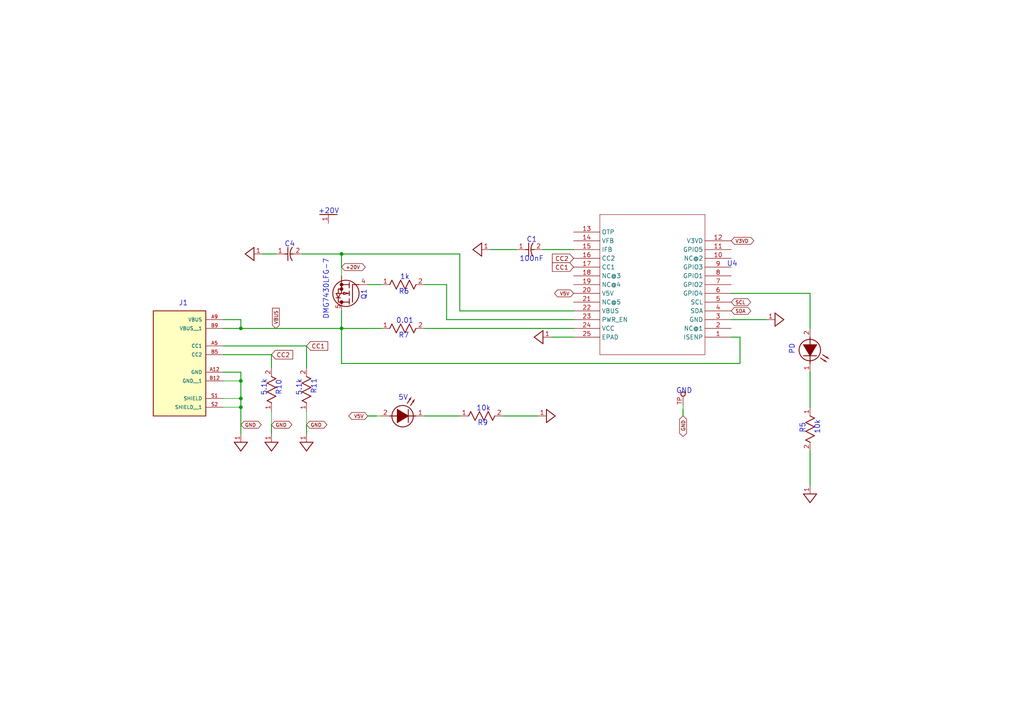
<source format=kicad_sch>
(kicad_sch (version 20231120) (generator "eeschema") (generator_version "8.0")
  (paper "A4")
  (lib_symbols
    (symbol "Clock Controller-eagle-import:+20V_34" (power)
      (symbol "+20V_34_1_0"
        (polyline (pts (xy -2.54 0) (xy 2.54 0)) (stroke (width 0.25)))
        (pin power_in line (at 0 -2.54 90) (length 2.54) (name "+24V") (number "1"))
      )
    )
    (symbol "Clock Controller-eagle-import:AP33772DKZ-13"
      (symbol "AP33772DKZ-13_1_0"
        (polyline (pts (xy -38.1 -5.08) (xy -7.62 -5.08)) (stroke (width 0.127)))
        (polyline (pts (xy -38.1 35.56) (xy -38.1 -5.08)) (stroke (width 0.127)))
        (polyline (pts (xy -7.62 -5.08) (xy -7.62 35.56)) (stroke (width 0.127)))
        (polyline (pts (xy -7.62 35.56) (xy -38.1 35.56)) (stroke (width 0.127)))
        (pin bidirectional line (at 0 0 180) (length 7.62) (name "ISENP") (number "1"))
        (pin passive line (at 0 22.86 180) (length 7.62) (name "NC@2") (number "10"))
        (pin bidirectional line (at 0 25.4 180) (length 7.62) (name "GPIO5") (number "11"))
        (pin power_in line (at 0 27.94 180) (length 7.62) (name "V3VD") (number "12"))
        (pin bidirectional line (at -45.72 30.48 0) (length 7.62) (name "OTP") (number "13"))
        (pin input line (at -45.72 27.94 0) (length 7.62) (name "VFB") (number "14"))
        (pin input line (at -45.72 25.4 0) (length 7.62) (name "IFB") (number "15"))
        (pin bidirectional line (at -45.72 22.86 0) (length 7.62) (name "CC2") (number "16"))
        (pin bidirectional line (at -45.72 20.32 0) (length 7.62) (name "CC1") (number "17"))
        (pin passive line (at -45.72 17.78 0) (length 7.62) (name "NC@3") (number "18"))
        (pin passive line (at -45.72 15.24 0) (length 7.62) (name "NC@4") (number "19"))
        (pin passive line (at 0 2.54 180) (length 7.62) (name "NC@1") (number "2"))
        (pin power_in line (at -45.72 12.7 0) (length 7.62) (name "V5V") (number "20"))
        (pin passive line (at -45.72 10.16 0) (length 7.62) (name "NC@5") (number "21"))
        (pin power_in line (at -45.72 7.62 0) (length 7.62) (name "VBUS") (number "22"))
        (pin power_in line (at -45.72 5.08 0) (length 7.62) (name "PWR_EN") (number "23"))
        (pin power_in line (at -45.72 2.54 0) (length 7.62) (name "VCC") (number "24"))
        (pin power_in line (at -45.72 0 0) (length 7.62) (name "EPAD") (number "25"))
        (pin power_in line (at 0 5.08 180) (length 7.62) (name "GND") (number "3"))
        (pin bidirectional line (at 0 7.62 180) (length 7.62) (name "SDA") (number "4"))
        (pin bidirectional line (at 0 10.16 180) (length 7.62) (name "SCL") (number "5"))
        (pin bidirectional line (at 0 12.7 180) (length 7.62) (name "GPIO4") (number "6"))
        (pin bidirectional line (at 0 15.24 180) (length 7.62) (name "GPIO2") (number "7"))
        (pin bidirectional line (at 0 17.78 180) (length 7.62) (name "GPIO1") (number "8"))
        (pin bidirectional line (at 0 20.32 180) (length 7.62) (name "GPIO3") (number "9"))
      )
    )
    (symbol "Clock Controller-eagle-import:CAP_0805"
      (symbol "CAP_0805_1_0"
        (polyline (pts (xy -1.27 0) (xy -0.33 0)) (stroke (width 0.25)))
        (polyline (pts (xy -0.33 -1.905) (xy -0.33 1.905)) (stroke (width 0.25)))
        (polyline (pts (xy 0.305 0) (xy 1.27 0)) (stroke (width 0.25)))
        (arc (start 0.944 1.911) (mid 0.3044 0.0001) (end 0.9439 -1.9109) (stroke (width 0.254)))
        (pin passive line (at -3.81 0 0) (length 2.54) (name "1") (number "1"))
        (pin passive line (at 3.81 0 180) (length 2.54) (name "2") (number "2"))
      )
    )
    (symbol "Clock Controller-eagle-import:CAP_1206"
      (symbol "CAP_1206_1_0"
        (polyline (pts (xy -1.27 0) (xy -0.33 0)) (stroke (width 0.25)))
        (polyline (pts (xy -0.33 -1.905) (xy -0.33 1.905)) (stroke (width 0.25)))
        (polyline (pts (xy 0.305 0) (xy 1.27 0)) (stroke (width 0.25)))
        (arc (start 0.944 1.911) (mid 0.3044 0.0001) (end 0.9439 -1.9109) (stroke (width 0.254)))
        (pin passive line (at -3.81 0 0) (length 2.54) (name "1") (number "1"))
        (pin passive line (at 3.81 0 180) (length 2.54) (name "2") (number "2"))
      )
    )
    (symbol "Clock Controller-eagle-import:DMG7430LFG-7"
      (symbol "DMG7430LFG-7_1_0"
        (polyline (pts (xy 3.81 0) (xy 5.715 0)) (stroke (width 0.25)))
        (polyline (pts (xy 5.715 0) (xy 5.715 5.08)) (stroke (width 0.25)))
        (polyline (pts (xy 6.655 -0.635) (xy 6.655 0.94)) (stroke (width 0.25)))
        (polyline (pts (xy 6.655 0) (xy 8.89 0)) (stroke (width 0.25)))
        (polyline (pts (xy 6.655 1.905) (xy 6.655 3.175)) (stroke (width 0.25)))
        (polyline (pts (xy 6.655 2.54) (xy 6.985 2.54)) (stroke (width 0.25)))
        (polyline (pts (xy 6.655 4.115) (xy 6.655 5.715)) (stroke (width 0.25)))
        (polyline (pts (xy 6.655 5.08) (xy 9.83 5.08)) (stroke (width 0.25)))
        (polyline (pts (xy 6.985 2.54) (xy 8.255 2.845)) (stroke (width 0.25)))
        (polyline (pts (xy 8.255 2.21) (xy 6.985 2.54)) (stroke (width 0.25)))
        (polyline (pts (xy 8.255 2.54) (xy 8.89 2.54)) (stroke (width 0.25)))
        (polyline (pts (xy 8.255 2.845) (xy 8.255 2.21)) (stroke (width 0.25)))
        (polyline (pts (xy 8.89 0) (xy 8.89 2.54)) (stroke (width 0.25)))
        (polyline (pts (xy 8.89 1.27) (xy 9.83 1.27)) (stroke (width 0.25)))
        (polyline (pts (xy 9.195 2.54) (xy 10.465 2.54)) (stroke (width 0.25)))
        (polyline (pts (xy 9.195 3.81) (xy 10.465 3.81)) (stroke (width 0.25)))
        (polyline (pts (xy 9.83 1.27) (xy 9.83 2.54)) (stroke (width 0.25)))
        (polyline (pts (xy 9.83 3.81) (xy 9.195 2.54)) (stroke (width 0.25)))
        (polyline (pts (xy 9.83 3.81) (xy 9.83 5.08)) (stroke (width 0.25)))
        (polyline (pts (xy 10.465 2.54) (xy 9.83 3.81)) (stroke (width 0.25)))
        (circle (center 7.62 2.54) (radius 3.81) (stroke (width 0.254)))
        (circle (center 8.89 0) (radius 0.025) (stroke (width 0.508)))
        (circle (center 8.89 1.27) (radius 0.025) (stroke (width 0.508)))
        (circle (center 8.89 5.08) (radius 0.025) (stroke (width 0.508)))
        (pin passive line (at 8.89 -2.54 90) (length 2.54) (name "S") (number "1"))
        (pin passive line (at 8.89 -2.54 90) (length 2.54) (name "S") (number "2"))
        (pin passive line (at 1.27 0 0) (length 2.54) (name "G") (number "4"))
        (pin passive line (at 8.89 7.62 270) (length 2.54) (name "D") (number "5"))
      )
    )
    (symbol "Clock Controller-eagle-import:GND_DIGITAL" (power)
      (symbol "GND_DIGITAL_1_0"
        (polyline (pts (xy -1.905 1.27) (xy 0 -1.27)) (stroke (width 0.25)))
        (polyline (pts (xy -1.905 1.27) (xy 1.905 1.27)) (stroke (width 0.25)))
        (polyline (pts (xy 0 -1.27) (xy 1.905 1.27)) (stroke (width 0.25)))
        (pin power_in line (at 0 3.81 270) (length 2.54) (name "GNDD") (number "1"))
      )
    )
    (symbol "Clock Controller-eagle-import:LED_1206(3216_METRIC)_N_BLUE"
      (symbol "LED_1206(3216_METRIC)_N_BLUE_1_0"
        (circle (center -0.067 -0.067) (radius 3.108) (stroke (width 0.254)))
        (polyline (pts (xy -3.81 0) (xy -1.6 0)) (stroke (width 0.25)))
        (polyline (pts (xy -1.6 -1.905) (xy 1.575 0)) (stroke (width 0.25)))
        (polyline (pts (xy -1.6 1.905) (xy -1.6 -1.905)) (stroke (width 0.25)))
        (polyline (pts (xy 1.295 3.677) (xy 1.988 4.722)) (stroke (width 0.25)))
        (polyline (pts (xy 1.575 -1.905) (xy 1.575 1.905)) (stroke (width 0.25)))
        (polyline (pts (xy 1.575 0) (xy -1.6 1.905)) (stroke (width 0.25)))
        (polyline (pts (xy 1.575 0) (xy 3.81 0)) (stroke (width 0.25)))
        (polyline (pts (xy 2.248 3.042) (xy 2.94 4.087)) (stroke (width 0.25)))
        (polyline (pts (xy -1.6 1.905) (xy 1.575 0) (xy -1.6 -1.905)) (stroke (width 0.002)) (fill (type outline)))
        (polyline (pts (xy 2.54 5.556) (xy 1.779 4.86) (xy 2.196 4.584)) (stroke (width 0.002)) (fill (type outline)))
        (polyline (pts (xy 3.492 4.921) (xy 2.732 4.225) (xy 3.149 3.949)) (stroke (width 0.002)) (fill (type outline)))
        (pin passive line (at 6.35 0 180) (length 2.54) (name "K") (number "1"))
        (pin passive line (at -6.35 0 0) (length 2.54) (name "A") (number "2"))
      )
    )
    (symbol "Clock Controller-eagle-import:LED_1206(3216_METRIC)_N_GREEN"
      (symbol "LED_1206(3216_METRIC)_N_GREEN_1_0"
        (circle (center -0.067 -0.067) (radius 3.108) (stroke (width 0.254)))
        (polyline (pts (xy -3.81 0) (xy -1.6 0)) (stroke (width 0.25)))
        (polyline (pts (xy -1.6 -1.905) (xy 1.575 0)) (stroke (width 0.25)))
        (polyline (pts (xy -1.6 1.905) (xy -1.6 -1.905)) (stroke (width 0.25)))
        (polyline (pts (xy 1.295 3.677) (xy 1.988 4.722)) (stroke (width 0.25)))
        (polyline (pts (xy 1.575 -1.905) (xy 1.575 1.905)) (stroke (width 0.25)))
        (polyline (pts (xy 1.575 0) (xy -1.6 1.905)) (stroke (width 0.25)))
        (polyline (pts (xy 1.575 0) (xy 3.81 0)) (stroke (width 0.25)))
        (polyline (pts (xy 2.248 3.042) (xy 2.94 4.087)) (stroke (width 0.25)))
        (polyline (pts (xy -1.6 1.905) (xy 1.575 0) (xy -1.6 -1.905)) (stroke (width 0.002)) (fill (type outline)))
        (polyline (pts (xy 2.54 5.556) (xy 1.779 4.86) (xy 2.196 4.584)) (stroke (width 0.002)) (fill (type outline)))
        (polyline (pts (xy 3.492 4.921) (xy 2.732 4.225) (xy 3.149 3.949)) (stroke (width 0.002)) (fill (type outline)))
        (pin passive line (at 6.35 0 180) (length 2.54) (name "K") (number "1"))
        (pin passive line (at -6.35 0 0) (length 2.54) (name "A") (number "2"))
      )
    )
    (symbol "Clock Controller-eagle-import:RES_0805"
      (symbol "RES_0805_1_0"
        (polyline (pts (xy -3.81 0) (xy -3.175 1.27)) (stroke (width 0.25)))
        (polyline (pts (xy -3.175 1.27) (xy -1.905 -1.27)) (stroke (width 0.25)))
        (polyline (pts (xy -1.905 -1.27) (xy -0.635 1.27)) (stroke (width 0.25)))
        (polyline (pts (xy -0.635 1.27) (xy 0.635 -1.27)) (stroke (width 0.25)))
        (polyline (pts (xy 0.635 -1.27) (xy 1.905 1.27)) (stroke (width 0.25)))
        (polyline (pts (xy 1.905 1.27) (xy 3.175 -1.27)) (stroke (width 0.25)))
        (polyline (pts (xy 3.175 -1.27) (xy 3.81 0)) (stroke (width 0.25)))
        (pin passive line (at -6.35 0 0) (length 2.54) (name "1") (number "1"))
        (pin passive line (at 6.35 0 180) (length 2.54) (name "2") (number "2"))
      )
    )
    (symbol "Clock Controller-eagle-import:RES_1206"
      (symbol "RES_1206_1_0"
        (polyline (pts (xy -3.81 0) (xy -3.175 1.27)) (stroke (width 0.25)))
        (polyline (pts (xy -3.175 1.27) (xy -1.905 -1.27)) (stroke (width 0.25)))
        (polyline (pts (xy -1.905 -1.27) (xy -0.635 1.27)) (stroke (width 0.25)))
        (polyline (pts (xy -0.635 1.27) (xy 0.635 -1.27)) (stroke (width 0.25)))
        (polyline (pts (xy 0.635 -1.27) (xy 1.905 1.27)) (stroke (width 0.25)))
        (polyline (pts (xy 1.905 1.27) (xy 3.175 -1.27)) (stroke (width 0.25)))
        (polyline (pts (xy 3.175 -1.27) (xy 3.81 0)) (stroke (width 0.25)))
        (pin passive line (at -6.35 0 0) (length 2.54) (name "1") (number "1"))
        (pin passive line (at 6.35 0 180) (length 2.54) (name "2") (number "2"))
      )
    )
    (symbol "Clock Controller-eagle-import:TP_1.25MM"
      (symbol "TP_1.25MM_1_0"
        (circle (center 0 0.635) (radius 0.635) (stroke (width 0.254)))
        (pin passive line (at 0 -2.54 90) (length 2.54) (name "TP") (number "TP"))
      )
    )
    (symbol "Connector USB:UJC-VP-3-SMT-TR" (pin_names (offset 1.016))
      (property "Reference" "J" (at -7.62 10.922 0))
      (property "Value" "UJC-VP-3-SMT-TR" (at -7.62 -21.082 0))
      (symbol "UJC-VP-3-SMT-TR_0_0"
        (rectangle (start -7.62 -20.32) (end 7.62 10.16) (stroke (width 0.254)) (fill (type background)))
        (pin power_in line (at 12.7 -7.62 180) (length 5.08) (name "GND") (number "A12"))
        (pin passive line (at 12.7 0 180) (length 5.08) (name "CC1") (number "A5"))
        (pin power_in line (at 12.7 7.62 180) (length 5.08) (name "VBUS") (number "A9"))
        (pin power_in line (at 12.7 -10.16 180) (length 5.08) (name "GND__1") (number "B12"))
        (pin passive line (at 12.7 -2.54 180) (length 5.08) (name "CC2") (number "B5"))
        (pin power_in line (at 12.7 5.08 180) (length 5.08) (name "VBUS__1") (number "B9"))
        (pin passive line (at 12.7 -15.24 180) (length 5.08) (name "SHIELD") (number "S1"))
        (pin passive line (at 12.7 -17.78 180) (length 5.08) (name "SHIELD__1") (number "S2"))
      )
    )
  )
  (junction (at 69.85 95.25))
  (junction (at 69.85 115.57))
  (junction (at 99.06 95.25))
  (junction (at 99.06 73.66))
  (junction (at 69.85 110.49))
  (junction (at 69.85 118.11))
  (wire (pts (xy 78.74 123.19) (xy 78.74 119.38)))
  (wire (pts (xy 129.54 92.71) (xy 129.54 82.55)) (stroke (width 0.25)))
  (wire (pts (xy 88.9 123.19) (xy 88.9 125.73)) (stroke (width 0.25)))
  (wire (pts (xy 214.63 97.79) (xy 214.63 105.41)) (stroke (width 0.25)))
  (wire (pts (xy 146.05 120.65) (xy 155.956 120.65)) (stroke (width 0.25)))
  (wire (pts (xy 198.12 120.65) (xy 198.12 118.745)) (stroke (width 0.25)))
  (wire (pts (xy 106.68 120.65) (xy 109.22 120.65)) (stroke (width 0.25)))
  (wire (pts (xy 78.74 123.19) (xy 78.74 125.73)) (stroke (width 0.25)))
  (wire (pts (xy 99.06 77.47) (xy 99.06 80.01)))
  (wire (pts (xy 212.09 97.79) (xy 214.63 97.79)) (stroke (width 0.25)))
  (wire (pts (xy 110.49 82.55) (xy 106.68 82.55)) (stroke (width 0.25)))
  (wire (pts (xy 64.77 118.11) (xy 69.85 118.11)))
  (wire (pts (xy 99.06 95.25) (xy 69.85 95.25)) (stroke (width 0.25)))
  (wire (pts (xy 110.49 95.25) (xy 99.06 95.25)) (stroke (width 0.25)))
  (wire (pts (xy 69.85 118.11) (xy 69.85 115.57)))
  (wire (pts (xy 99.06 77.47) (xy 99.06 73.66)) (stroke (width 0.25)))
  (wire (pts (xy 123.19 95.25) (xy 166.37 95.25)) (stroke (width 0.25)))
  (wire (pts (xy 198.12 120.65) (xy 198.12 117.475)))
  (wire (pts (xy 99.06 73.66) (xy 133.35 73.66)) (stroke (width 0.25)))
  (wire (pts (xy 99.06 90.17) (xy 99.06 95.25)) (stroke (width 0.25)))
  (wire (pts (xy 166.37 92.71) (xy 129.54 92.71)) (stroke (width 0.25)))
  (wire (pts (xy 234.95 107.95) (xy 234.95 118.11)) (stroke (width 0.25)))
  (wire (pts (xy 133.35 73.66) (xy 133.35 90.17)) (stroke (width 0.25)))
  (wire (pts (xy 149.86 72.39) (xy 142.24 72.39)) (stroke (width 0.25)))
  (wire (pts (xy 212.09 85.09) (xy 234.95 85.09)) (stroke (width 0.25)))
  (wire (pts (xy 64.77 92.71) (xy 69.85 92.71)) (stroke (width 0.25)))
  (wire (pts (xy 87.63 73.66) (xy 99.06 73.66)) (stroke (width 0.25)))
  (wire (pts (xy 64.77 102.87) (xy 78.74 102.87)) (stroke (width 0.25)))
  (wire (pts (xy 123.19 120.65) (xy 133.35 120.65)) (stroke (width 0.25)))
  (wire (pts (xy 78.74 102.87) (xy 78.74 106.68)) (stroke (width 0.25)))
  (wire (pts (xy 234.95 130.81) (xy 234.95 140.716)) (stroke (width 0.25)))
  (wire (pts (xy 69.85 115.57) (xy 69.85 113.03)))
  (wire (pts (xy 133.35 90.17) (xy 166.37 90.17)) (stroke (width 0.25)))
  (wire (pts (xy 160.02 97.79) (xy 166.37 97.79)) (stroke (width 0.25)))
  (wire (pts (xy 80.01 73.66) (xy 76.2 73.66)) (stroke (width 0.25)))
  (wire (pts (xy 88.9 100.33) (xy 88.9 106.68)) (stroke (width 0.25)))
  (wire (pts (xy 69.85 107.95) (xy 69.85 110.49)) (stroke (width 0.25)))
  (wire (pts (xy 69.85 110.49) (xy 69.85 107.95)))
  (wire (pts (xy 64.77 100.33) (xy 88.9 100.33)) (stroke (width 0.25)))
  (wire (pts (xy 129.54 82.55) (xy 123.19 82.55)) (stroke (width 0.25)))
  (wire (pts (xy 157.48 72.39) (xy 166.37 72.39)) (stroke (width 0.25)))
  (wire (pts (xy 88.9 123.19) (xy 88.9 119.38)))
  (wire (pts (xy 214.63 105.41) (xy 99.06 105.41)) (stroke (width 0.25)))
  (wire (pts (xy 99.06 105.41) (xy 99.06 95.25)) (stroke (width 0.25)))
  (wire (pts (xy 106.68 120.65) (xy 110.49 120.65)))
  (wire (pts (xy 64.77 115.57) (xy 69.85 115.57)))
  (wire (pts (xy 69.85 115.57) (xy 69.85 118.11)) (stroke (width 0.25)))
  (wire (pts (xy 64.77 110.49) (xy 69.85 110.49)))
  (wire (pts (xy 64.77 107.95) (xy 69.85 107.95)) (stroke (width 0.25)))
  (wire (pts (xy 69.85 118.11) (xy 69.85 125.73)) (stroke (width 0.25)))
  (wire (pts (xy 234.95 85.09) (xy 234.95 95.25)) (stroke (width 0.25)))
  (wire (pts (xy 69.85 92.71) (xy 69.85 95.25)) (stroke (width 0.25)))
  (wire (pts (xy 212.09 92.71) (xy 222.25 92.71)) (stroke (width 0.25)))
  (wire (pts (xy 69.85 110.49) (xy 69.85 115.57)) (stroke (width 0.25)))
  (wire (pts (xy 69.85 95.25) (xy 64.77 95.25)) (stroke (width 0.25)))
  (text "0.01" (at 114.857 93.98 0) (effects (font (size 1.48 1.48)) (justify left bottom)))
  (text "R10" (at 80.01 114.704 90) (effects (font (size 1.48 1.48)) (justify left top)))
  (text "10k" (at 236.22 126.025 90) (effects (font (size 1.48 1.48)) (justify left top)))
  (text "+20V" (at 92.284 62.17 0) (effects (font (size 1.48 1.48)) (justify left bottom)))
  (text "R6" (at 115.621 83.82 0) (effects (font (size 1.48 1.48)) (justify left top)))
  (text "5.1k" (at 77.47 114.903 90) (effects (font (size 1.48 1.48)) (justify left bottom)))
  (text "R7" (at 115.584 96.52 0) (effects (font (size 1.48 1.48)) (justify left top)))
  (text "C4" (at 82.491 71.749 0) (effects (font (size 1.48 1.48)) (justify left bottom)))
  (text "R11" (at 90.17 114.377 90) (effects (font (size 1.48 1.48)) (justify left top)))
  (text "U4" (at 210.798 77.47 0) (effects (font (size 1.48 1.48)) (justify left bottom)))
  (text "Q1" (at 106.426 87.122 90) (effects (font (size 1.48 1.48)) (justify left bottom)))
  (text "PD" (at 230.584 102.856 90) (effects (font (size 1.48 1.48)) (justify left bottom)))
  (text "C1" (at 152.705 70.479 0) (effects (font (size 1.48 1.48)) (justify left bottom)))
  (text "GND" (at 196.082 114.3 0) (effects (font (size 1.48 1.48)) (justify left bottom)))
  (text "100nF" (at 150.65 74.301 0) (effects (font (size 1.48 1.48)) (justify left top)))
  (text "5.1k" (at 87.63 114.903 90) (effects (font (size 1.48 1.48)) (justify left bottom)))
  (text "1k" (at 116.021 81.28 0) (effects (font (size 1.48 1.48)) (justify left bottom)))
  (text "10k" (at 138.135 119.38 0) (effects (font (size 1.48 1.48)) (justify left bottom)))
  (text "DMG7430LFG-7" (at 93.726 92.71 90) (effects (font (size 1.48 1.48)) (justify left top)))
  (text "5V" (at 115.511 116.284 0) (effects (font (size 1.48 1.48)) (justify left bottom)))
  (text "R5" (at 233.68 125.716 90) (effects (font (size 1.48 1.48)) (justify left bottom)))
  (text "J1" (at 51.816 88.9 0) (effects (font (size 1.48 1.48)) (justify left bottom)))
  (text "R9" (at 138.48 121.92 0) (effects (font (size 1.48 1.48)) (justify left top)))
  (global_label "GND" (shape bidirectional) (at 198.12 120.65 270) (effects (font (size 1.016 1.016))) (property "Intersheetrefs" "${INTERSHEET_REFS}" (effects (hide yes))))
  (global_label "GND" (shape bidirectional) (at 78.74 123.19 0) (effects (font (size 1.016 1.016))) (property "Intersheetrefs" "${INTERSHEET_REFS}" (effects (hide yes))))
  (global_label "V5V" (shape bidirectional) (at 166.37 85.09 180) (effects (font (size 1.016 1.016))) (property "Intersheetrefs" "${INTERSHEET_REFS}" (effects (hide yes))))
  (global_label "V3VD" (shape bidirectional) (at 212.09 69.85 0) (effects (font (size 1.016 1.016))) (property "Intersheetrefs" "${INTERSHEET_REFS}" (effects (hide yes))))
  (global_label "SCL" (shape bidirectional) (at 212.09 87.63 0) (effects (font (size 1.016 1.016))) (property "Intersheetrefs" "${INTERSHEET_REFS}" (effects (hide yes))))
  (global_label "GND" (shape bidirectional) (at 69.85 123.19 0) (effects (font (size 1.016 1.016))) (property "Intersheetrefs" "${INTERSHEET_REFS}" (effects (hide yes))))
  (global_label "CC2" (shape input) (at 78.74 102.87 0) (property "Intersheetrefs" "${INTERSHEET_REFS}" (effects (hide yes))))
  (global_label "CC1" (shape input) (at 166.37 77.47 180) (property "Intersheetrefs" "${INTERSHEET_REFS}" (effects (hide yes))))
  (global_label "GND" (shape bidirectional) (at 88.9 123.19 0) (effects (font (size 1.016 1.016))) (property "Intersheetrefs" "${INTERSHEET_REFS}" (effects (hide yes))))
  (global_label "+20V" (shape bidirectional) (at 99.06 77.47 0) (effects (font (size 1.016 1.016))) (property "Intersheetrefs" "${INTERSHEET_REFS}" (effects (hide yes))))
  (global_label "CC2" (shape input) (at 166.37 74.93 180) (property "Intersheetrefs" "${INTERSHEET_REFS}" (effects (hide yes))))
  (global_label "CC1" (shape input) (at 88.9 100.33 0) (property "Intersheetrefs" "${INTERSHEET_REFS}" (effects (hide yes))))
  (global_label "V5V" (shape bidirectional) (at 106.68 120.65 180) (effects (font (size 1.016 1.016))) (property "Intersheetrefs" "${INTERSHEET_REFS}" (effects (hide yes))))
  (global_label "VBUS" (shape input) (at 80.01 95.25 90) (effects (font (size 1.016 1.016))) (property "Intersheetrefs" "${INTERSHEET_REFS}" (effects (hide yes))))
  (global_label "SDA" (shape bidirectional) (at 212.09 90.17 0) (effects (font (size 1.016 1.016))) (property "Intersheetrefs" "${INTERSHEET_REFS}" (effects (hide yes))))
  (symbol (lib_id "Clock Controller-eagle-import:CAP_1206") (at 83.82 73.66 0) (unit 1)
    (property "Reference" "C4" (effects (hide yes)))
    (property "Value" "1uF" (effects (hide yes)))
    (property "Footprint" "Clock Controller:CAP_1206" (effects (hide yes)))
  )
  (symbol (lib_id "Clock Controller-eagle-import:GND_DIGITAL") (at 226.06 92.71 90) (unit 1)
    (property "Reference" "#NetPort023" (effects (hide yes)))
    (property "Value" "GND_DIGITAL" (effects (hide yes)))
  )
  (symbol (lib_id "Clock Controller-eagle-import:GND_DIGITAL") (at 72.39 73.66 270) (unit 1)
    (property "Reference" "#NetPort06" (effects (hide yes)))
    (property "Value" "GND_DIGITAL" (effects (hide yes)))
  )
  (symbol (lib_id "Clock Controller-eagle-import:LED_1206(3216_METRIC)_N_BLUE") (at 234.95 101.6 270) (unit 1)
    (property "Reference" "PD0" (effects (hide yes)))
    (property "Value" "LED_1206(3216_METRIC)_N_BLUE" (effects (hide yes)))
    (property "Footprint" "Clock Controller:LED_1206(3216_METRIC)_N_BLUE" (effects (hide yes)))
  )
  (symbol (lib_id "Clock Controller-eagle-import:RES_1206") (at 116.84 95.25 0) (unit 1)
    (property "Reference" "R7" (effects (hide yes)))
    (property "Value" "0.01" (effects (hide yes)))
    (property "Footprint" "Clock Controller:RES_1206" (effects (hide yes)))
  )
  (symbol (lib_id "Clock Controller-eagle-import:GND_DIGITAL") (at 159.766 120.65 90) (unit 1)
    (property "Reference" "#NetPort021" (effects (hide yes)))
    (property "Value" "GND_DIGITAL" (effects (hide yes)))
  )
  (symbol (lib_id "Clock Controller-eagle-import:GND_DIGITAL") (at 156.21 97.79 270) (unit 1)
    (property "Reference" "#NetPort01" (effects (hide yes)))
    (property "Value" "GND_DIGITAL" (effects (hide yes)))
  )
  (symbol (lib_id "Clock Controller-eagle-import:RES_0805") (at 116.84 82.55 0) (unit 1)
    (property "Reference" "R6" (effects (hide yes)))
    (property "Value" "1k" (effects (hide yes)))
    (property "Footprint" "Clock Controller:RES_0805" (effects (hide yes)))
  )
  (symbol (lib_id "Clock Controller-eagle-import:CAP_0805") (at 153.67 72.39 0) (unit 1)
    (property "Reference" "C1" (effects (hide yes)))
    (property "Value" "100nF" (effects (hide yes)))
    (property "Footprint" "Clock Controller:CAP_0805" (effects (hide yes)))
  )
  (symbol (lib_id "Connector USB:UJC-VP-3-SMT-TR") (at 52.07 100.33 0) (unit 1)
    (property "Reference" "J1" (effects (hide yes)))
    (property "Value" "UJC-VP-3-SMT-TR" (effects (hide yes)))
    (property "Footprint" "CUI_UJC-VP-3-SMT-TR" (effects (hide yes)))
    (property "PARTREV" "1.0" (effects (hide yes)))
    (property "STANDARD" "Manufacturer Recommendation" (effects (hide yes)))
    (property "MANUFACTURER" "CUI Devices" (effects (hide yes)))
    (property "MAXIMUM_PACKAGE_HEIGHT" "2.96 mm" (effects (hide yes)))
    (property "SNAPEDA_PN" "UJC-VP-3-SMT-TR" (effects (hide yes)))
  )
  (symbol (lib_id "Clock Controller-eagle-import:GND_DIGITAL") (at 78.74 129.54 0) (unit 1)
    (property "Reference" "#NetPort025" (effects (hide yes)))
    (property "Value" "GND_DIGITAL" (effects (hide yes)))
  )
  (symbol (lib_id "Clock Controller-eagle-import:RES_0805") (at 139.7 120.65 0) (unit 1)
    (property "Reference" "R9" (effects (hide yes)))
    (property "Value" "10k" (effects (hide yes)))
    (property "Footprint" "Clock Controller:RES_0805" (effects (hide yes)))
  )
  (symbol (lib_id "Clock Controller-eagle-import:TP_1.25MM") (at 198.12 114.935 0) (unit 1)
    (property "Reference" "GND0" (effects (hide yes)))
    (property "Value" "Most Density" (effects (hide yes)))
    (property "Footprint" "Clock Controller:TP_1.25MM" (effects (hide yes)))
  )
  (symbol (lib_id "Clock Controller-eagle-import:RES_0805") (at 234.95 124.46 270) (unit 1)
    (property "Reference" "R5" (effects (hide yes)))
    (property "Value" "10k" (effects (hide yes)))
    (property "Footprint" "Clock Controller:RES_0805" (effects (hide yes)))
  )
  (symbol (lib_id "Clock Controller-eagle-import:GND_DIGITAL") (at 138.43 72.39 270) (unit 1)
    (property "Reference" "#NetPort024" (effects (hide yes)))
    (property "Value" "GND_DIGITAL" (effects (hide yes)))
  )
  (symbol (lib_id "Clock Controller-eagle-import:LED_1206(3216_METRIC)_N_GREEN") (at 116.84 120.65 0) (unit 1)
    (property "Reference" "UNK5V0" (effects (hide yes)))
    (property "Value" "LED_1206(3216_METRIC)_N_GREEN" (effects (hide yes)))
    (property "Footprint" "Clock Controller:LED_1206(3216_METRIC)_N_GREEN" (effects (hide yes)))
  )
  (symbol (lib_id "Clock Controller-eagle-import:RES_0805") (at 88.9 113.03 90) (unit 1)
    (property "Reference" "R11" (effects (hide yes)))
    (property "Value" "5.1k" (effects (hide yes)))
    (property "Footprint" "Clock Controller:RES_0805" (effects (hide yes)))
  )
  (symbol (lib_id "Clock Controller-eagle-import:AP33772DKZ-13") (at 212.09 97.79 0) (unit 1)
    (property "Reference" "U4" (effects (hide yes)))
    (property "Value" "AP33772DKZ-13" (effects (hide yes)))
    (property "Footprint" "Clock Controller:W-QFN4040-24_(TYPE_A1)" (effects (hide yes)))
  )
  (symbol (lib_id "Clock Controller-eagle-import:DMG7430LFG-7") (at 107.95 82.55 180) (unit 1)
    (property "Reference" "Q1" (effects (hide yes)))
    (property "Value" "DMG7430LFG-7" (effects (hide yes)))
    (property "Footprint" "Clock Controller:POWERDI3333-8" (effects (hide yes)))
  )
  (symbol (lib_id "Clock Controller-eagle-import:GND_DIGITAL") (at 88.9 129.54 0) (unit 1)
    (property "Reference" "#NetPort026" (effects (hide yes)))
    (property "Value" "GND_DIGITAL" (effects (hide yes)))
  )
  (symbol (lib_id "Clock Controller-eagle-import:RES_0805") (at 78.74 113.03 90) (unit 1)
    (property "Reference" "R10" (effects (hide yes)))
    (property "Value" "5.1k" (effects (hide yes)))
    (property "Footprint" "Clock Controller:RES_0805" (effects (hide yes)))
  )
  (symbol (lib_id "Clock Controller-eagle-import:+20V_34") (at 95.25 62.23 0) (unit 1)
    (property "Reference" "#NetPort018" (effects (hide yes)))
    (property "Value" "+20V_34" (effects (hide yes)))
  )
  (symbol (lib_id "Clock Controller-eagle-import:GND_DIGITAL") (at 69.85 129.54 0) (unit 1)
    (property "Reference" "#NetPort017" (effects (hide yes)))
    (property "Value" "GND_DIGITAL" (effects (hide yes)))
  )
  (symbol (lib_id "Clock Controller-eagle-import:GND_DIGITAL") (at 234.95 144.526 0) (unit 1)
    (property "Reference" "#NetPort022" (effects (hide yes)))
    (property "Value" "GND_DIGITAL" (effects (hide yes)))
  )
)
</source>
